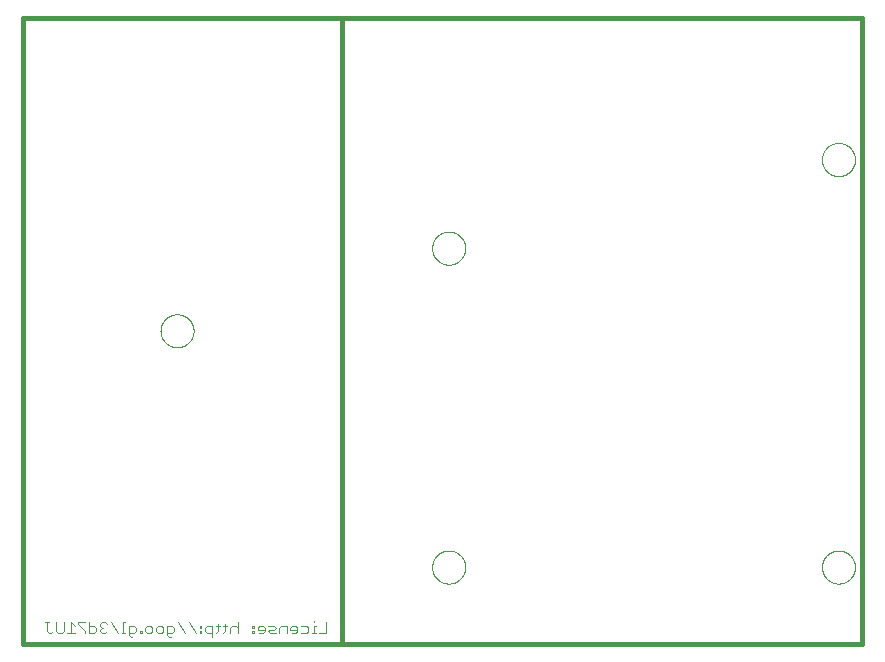
<source format=gbo>
G75*
%MOIN*%
%OFA0B0*%
%FSLAX25Y25*%
%IPPOS*%
%LPD*%
%AMOC8*
5,1,8,0,0,1.08239X$1,22.5*
%
%ADD10C,0.00300*%
%ADD11C,0.01600*%
%ADD12C,0.00000*%
D10*
X0009736Y0005925D02*
X0009736Y0008959D01*
X0010343Y0008959D02*
X0009129Y0008959D01*
X0012754Y0008959D02*
X0012754Y0005925D01*
X0013361Y0005319D01*
X0014574Y0005319D01*
X0015181Y0005925D01*
X0015181Y0008959D01*
X0017593Y0008959D02*
X0018806Y0007745D01*
X0020005Y0008352D02*
X0022431Y0005925D01*
X0022431Y0005319D01*
X0023630Y0005319D02*
X0025450Y0005319D01*
X0026057Y0005925D01*
X0026057Y0007139D01*
X0025450Y0007745D01*
X0023630Y0007745D01*
X0023630Y0008959D02*
X0023630Y0005319D01*
X0027255Y0005925D02*
X0027255Y0006532D01*
X0027862Y0007139D01*
X0028468Y0007139D01*
X0027862Y0007139D02*
X0027255Y0007745D01*
X0027255Y0008352D01*
X0027862Y0008959D01*
X0029075Y0008959D01*
X0029682Y0008352D01*
X0030880Y0008959D02*
X0033307Y0005319D01*
X0034510Y0005319D02*
X0035724Y0005319D01*
X0035117Y0005319D02*
X0035117Y0008959D01*
X0035724Y0008959D01*
X0036922Y0007745D02*
X0038742Y0007745D01*
X0039349Y0007139D01*
X0039349Y0005925D01*
X0038742Y0005319D01*
X0036922Y0005319D01*
X0036922Y0004712D02*
X0036922Y0007745D01*
X0036922Y0004712D02*
X0037529Y0004105D01*
X0038135Y0004105D01*
X0040555Y0005319D02*
X0041161Y0005319D01*
X0041161Y0005925D01*
X0040555Y0005925D01*
X0040555Y0005319D01*
X0042360Y0005925D02*
X0042360Y0007139D01*
X0042966Y0007745D01*
X0044180Y0007745D01*
X0044786Y0007139D01*
X0044786Y0005925D01*
X0044180Y0005319D01*
X0042966Y0005319D01*
X0042360Y0005925D01*
X0045985Y0005925D02*
X0045985Y0007139D01*
X0046591Y0007745D01*
X0047805Y0007745D01*
X0048412Y0007139D01*
X0048412Y0005925D01*
X0047805Y0005319D01*
X0046591Y0005319D01*
X0045985Y0005925D01*
X0049610Y0005319D02*
X0051430Y0005319D01*
X0052037Y0005925D01*
X0052037Y0007139D01*
X0051430Y0007745D01*
X0049610Y0007745D01*
X0049610Y0004712D01*
X0050217Y0004105D01*
X0050823Y0004105D01*
X0055662Y0005319D02*
X0053235Y0008959D01*
X0056860Y0008959D02*
X0059287Y0005319D01*
X0060493Y0005319D02*
X0061100Y0005319D01*
X0061100Y0005925D01*
X0060493Y0005925D01*
X0060493Y0005319D01*
X0060493Y0007139D02*
X0061100Y0007139D01*
X0061100Y0007745D01*
X0060493Y0007745D01*
X0060493Y0007139D01*
X0062298Y0007139D02*
X0062298Y0005925D01*
X0062905Y0005319D01*
X0064725Y0005319D01*
X0065928Y0005319D02*
X0066535Y0005925D01*
X0066535Y0008352D01*
X0067141Y0007745D02*
X0065928Y0007745D01*
X0064725Y0007745D02*
X0062905Y0007745D01*
X0062298Y0007139D01*
X0064725Y0007745D02*
X0064725Y0004105D01*
X0068345Y0005319D02*
X0068951Y0005925D01*
X0068951Y0008352D01*
X0068345Y0007745D02*
X0069558Y0007745D01*
X0070757Y0007139D02*
X0070757Y0005319D01*
X0070757Y0007139D02*
X0071363Y0007745D01*
X0072577Y0007745D01*
X0073183Y0007139D01*
X0073183Y0008959D02*
X0073183Y0005319D01*
X0078014Y0005319D02*
X0078621Y0005319D01*
X0078621Y0005925D01*
X0078014Y0005925D01*
X0078014Y0005319D01*
X0078014Y0007139D02*
X0078621Y0007139D01*
X0078621Y0007745D01*
X0078014Y0007745D01*
X0078014Y0007139D01*
X0079819Y0007139D02*
X0079819Y0006532D01*
X0082246Y0006532D01*
X0082246Y0007139D02*
X0081639Y0007745D01*
X0080426Y0007745D01*
X0079819Y0007139D01*
X0080426Y0005319D02*
X0081639Y0005319D01*
X0082246Y0005925D01*
X0082246Y0007139D01*
X0083445Y0007745D02*
X0085265Y0007745D01*
X0085871Y0007139D01*
X0085265Y0006532D01*
X0084051Y0006532D01*
X0083445Y0005925D01*
X0084051Y0005319D01*
X0085871Y0005319D01*
X0087070Y0005319D02*
X0087070Y0007139D01*
X0087676Y0007745D01*
X0089496Y0007745D01*
X0089496Y0005319D01*
X0090695Y0006532D02*
X0093122Y0006532D01*
X0093122Y0007139D02*
X0092515Y0007745D01*
X0091301Y0007745D01*
X0090695Y0007139D01*
X0090695Y0006532D01*
X0091301Y0005319D02*
X0092515Y0005319D01*
X0093122Y0005925D01*
X0093122Y0007139D01*
X0094320Y0007745D02*
X0096140Y0007745D01*
X0096747Y0007139D01*
X0096747Y0005925D01*
X0096140Y0005319D01*
X0094320Y0005319D01*
X0097950Y0005319D02*
X0099163Y0005319D01*
X0098557Y0005319D02*
X0098557Y0007745D01*
X0099163Y0007745D01*
X0098557Y0008959D02*
X0098557Y0009565D01*
X0102789Y0008959D02*
X0102789Y0005319D01*
X0100362Y0005319D01*
X0029682Y0005925D02*
X0029075Y0005319D01*
X0027862Y0005319D01*
X0027255Y0005925D01*
X0022431Y0008959D02*
X0020005Y0008959D01*
X0020005Y0008352D01*
X0017593Y0008959D02*
X0017593Y0005319D01*
X0018806Y0005319D02*
X0016380Y0005319D01*
X0011556Y0005925D02*
X0010949Y0005319D01*
X0010343Y0005319D01*
X0009736Y0005925D01*
D11*
X0001800Y0001800D02*
X0108099Y0001800D01*
X0108099Y0210461D01*
X0001800Y0210461D01*
X0001800Y0001800D01*
X0108099Y0001800D02*
X0281328Y0001800D01*
X0281328Y0210461D01*
X0108099Y0210461D01*
D12*
X0138020Y0133690D02*
X0138022Y0133838D01*
X0138028Y0133986D01*
X0138038Y0134134D01*
X0138052Y0134281D01*
X0138070Y0134428D01*
X0138091Y0134574D01*
X0138117Y0134720D01*
X0138147Y0134865D01*
X0138180Y0135009D01*
X0138218Y0135152D01*
X0138259Y0135294D01*
X0138304Y0135435D01*
X0138352Y0135575D01*
X0138405Y0135714D01*
X0138461Y0135851D01*
X0138521Y0135986D01*
X0138584Y0136120D01*
X0138651Y0136252D01*
X0138722Y0136382D01*
X0138796Y0136510D01*
X0138873Y0136636D01*
X0138954Y0136760D01*
X0139038Y0136882D01*
X0139125Y0137001D01*
X0139216Y0137118D01*
X0139310Y0137233D01*
X0139406Y0137345D01*
X0139506Y0137455D01*
X0139608Y0137561D01*
X0139714Y0137665D01*
X0139822Y0137766D01*
X0139933Y0137864D01*
X0140046Y0137960D01*
X0140162Y0138052D01*
X0140280Y0138141D01*
X0140401Y0138226D01*
X0140524Y0138309D01*
X0140649Y0138388D01*
X0140776Y0138464D01*
X0140905Y0138536D01*
X0141036Y0138605D01*
X0141169Y0138670D01*
X0141304Y0138731D01*
X0141440Y0138789D01*
X0141577Y0138844D01*
X0141716Y0138894D01*
X0141857Y0138941D01*
X0141998Y0138984D01*
X0142141Y0139024D01*
X0142285Y0139059D01*
X0142429Y0139091D01*
X0142575Y0139118D01*
X0142721Y0139142D01*
X0142868Y0139162D01*
X0143015Y0139178D01*
X0143162Y0139190D01*
X0143310Y0139198D01*
X0143458Y0139202D01*
X0143606Y0139202D01*
X0143754Y0139198D01*
X0143902Y0139190D01*
X0144049Y0139178D01*
X0144196Y0139162D01*
X0144343Y0139142D01*
X0144489Y0139118D01*
X0144635Y0139091D01*
X0144779Y0139059D01*
X0144923Y0139024D01*
X0145066Y0138984D01*
X0145207Y0138941D01*
X0145348Y0138894D01*
X0145487Y0138844D01*
X0145624Y0138789D01*
X0145760Y0138731D01*
X0145895Y0138670D01*
X0146028Y0138605D01*
X0146159Y0138536D01*
X0146288Y0138464D01*
X0146415Y0138388D01*
X0146540Y0138309D01*
X0146663Y0138226D01*
X0146784Y0138141D01*
X0146902Y0138052D01*
X0147018Y0137960D01*
X0147131Y0137864D01*
X0147242Y0137766D01*
X0147350Y0137665D01*
X0147456Y0137561D01*
X0147558Y0137455D01*
X0147658Y0137345D01*
X0147754Y0137233D01*
X0147848Y0137118D01*
X0147939Y0137001D01*
X0148026Y0136882D01*
X0148110Y0136760D01*
X0148191Y0136636D01*
X0148268Y0136510D01*
X0148342Y0136382D01*
X0148413Y0136252D01*
X0148480Y0136120D01*
X0148543Y0135986D01*
X0148603Y0135851D01*
X0148659Y0135714D01*
X0148712Y0135575D01*
X0148760Y0135435D01*
X0148805Y0135294D01*
X0148846Y0135152D01*
X0148884Y0135009D01*
X0148917Y0134865D01*
X0148947Y0134720D01*
X0148973Y0134574D01*
X0148994Y0134428D01*
X0149012Y0134281D01*
X0149026Y0134134D01*
X0149036Y0133986D01*
X0149042Y0133838D01*
X0149044Y0133690D01*
X0149042Y0133542D01*
X0149036Y0133394D01*
X0149026Y0133246D01*
X0149012Y0133099D01*
X0148994Y0132952D01*
X0148973Y0132806D01*
X0148947Y0132660D01*
X0148917Y0132515D01*
X0148884Y0132371D01*
X0148846Y0132228D01*
X0148805Y0132086D01*
X0148760Y0131945D01*
X0148712Y0131805D01*
X0148659Y0131666D01*
X0148603Y0131529D01*
X0148543Y0131394D01*
X0148480Y0131260D01*
X0148413Y0131128D01*
X0148342Y0130998D01*
X0148268Y0130870D01*
X0148191Y0130744D01*
X0148110Y0130620D01*
X0148026Y0130498D01*
X0147939Y0130379D01*
X0147848Y0130262D01*
X0147754Y0130147D01*
X0147658Y0130035D01*
X0147558Y0129925D01*
X0147456Y0129819D01*
X0147350Y0129715D01*
X0147242Y0129614D01*
X0147131Y0129516D01*
X0147018Y0129420D01*
X0146902Y0129328D01*
X0146784Y0129239D01*
X0146663Y0129154D01*
X0146540Y0129071D01*
X0146415Y0128992D01*
X0146288Y0128916D01*
X0146159Y0128844D01*
X0146028Y0128775D01*
X0145895Y0128710D01*
X0145760Y0128649D01*
X0145624Y0128591D01*
X0145487Y0128536D01*
X0145348Y0128486D01*
X0145207Y0128439D01*
X0145066Y0128396D01*
X0144923Y0128356D01*
X0144779Y0128321D01*
X0144635Y0128289D01*
X0144489Y0128262D01*
X0144343Y0128238D01*
X0144196Y0128218D01*
X0144049Y0128202D01*
X0143902Y0128190D01*
X0143754Y0128182D01*
X0143606Y0128178D01*
X0143458Y0128178D01*
X0143310Y0128182D01*
X0143162Y0128190D01*
X0143015Y0128202D01*
X0142868Y0128218D01*
X0142721Y0128238D01*
X0142575Y0128262D01*
X0142429Y0128289D01*
X0142285Y0128321D01*
X0142141Y0128356D01*
X0141998Y0128396D01*
X0141857Y0128439D01*
X0141716Y0128486D01*
X0141577Y0128536D01*
X0141440Y0128591D01*
X0141304Y0128649D01*
X0141169Y0128710D01*
X0141036Y0128775D01*
X0140905Y0128844D01*
X0140776Y0128916D01*
X0140649Y0128992D01*
X0140524Y0129071D01*
X0140401Y0129154D01*
X0140280Y0129239D01*
X0140162Y0129328D01*
X0140046Y0129420D01*
X0139933Y0129516D01*
X0139822Y0129614D01*
X0139714Y0129715D01*
X0139608Y0129819D01*
X0139506Y0129925D01*
X0139406Y0130035D01*
X0139310Y0130147D01*
X0139216Y0130262D01*
X0139125Y0130379D01*
X0139038Y0130498D01*
X0138954Y0130620D01*
X0138873Y0130744D01*
X0138796Y0130870D01*
X0138722Y0130998D01*
X0138651Y0131128D01*
X0138584Y0131260D01*
X0138521Y0131394D01*
X0138461Y0131529D01*
X0138405Y0131666D01*
X0138352Y0131805D01*
X0138304Y0131945D01*
X0138259Y0132086D01*
X0138218Y0132228D01*
X0138180Y0132371D01*
X0138147Y0132515D01*
X0138117Y0132660D01*
X0138091Y0132806D01*
X0138070Y0132952D01*
X0138052Y0133099D01*
X0138038Y0133246D01*
X0138028Y0133394D01*
X0138022Y0133542D01*
X0138020Y0133690D01*
X0047469Y0106131D02*
X0047471Y0106279D01*
X0047477Y0106427D01*
X0047487Y0106575D01*
X0047501Y0106722D01*
X0047519Y0106869D01*
X0047540Y0107015D01*
X0047566Y0107161D01*
X0047596Y0107306D01*
X0047629Y0107450D01*
X0047667Y0107593D01*
X0047708Y0107735D01*
X0047753Y0107876D01*
X0047801Y0108016D01*
X0047854Y0108155D01*
X0047910Y0108292D01*
X0047970Y0108427D01*
X0048033Y0108561D01*
X0048100Y0108693D01*
X0048171Y0108823D01*
X0048245Y0108951D01*
X0048322Y0109077D01*
X0048403Y0109201D01*
X0048487Y0109323D01*
X0048574Y0109442D01*
X0048665Y0109559D01*
X0048759Y0109674D01*
X0048855Y0109786D01*
X0048955Y0109896D01*
X0049057Y0110002D01*
X0049163Y0110106D01*
X0049271Y0110207D01*
X0049382Y0110305D01*
X0049495Y0110401D01*
X0049611Y0110493D01*
X0049729Y0110582D01*
X0049850Y0110667D01*
X0049973Y0110750D01*
X0050098Y0110829D01*
X0050225Y0110905D01*
X0050354Y0110977D01*
X0050485Y0111046D01*
X0050618Y0111111D01*
X0050753Y0111172D01*
X0050889Y0111230D01*
X0051026Y0111285D01*
X0051165Y0111335D01*
X0051306Y0111382D01*
X0051447Y0111425D01*
X0051590Y0111465D01*
X0051734Y0111500D01*
X0051878Y0111532D01*
X0052024Y0111559D01*
X0052170Y0111583D01*
X0052317Y0111603D01*
X0052464Y0111619D01*
X0052611Y0111631D01*
X0052759Y0111639D01*
X0052907Y0111643D01*
X0053055Y0111643D01*
X0053203Y0111639D01*
X0053351Y0111631D01*
X0053498Y0111619D01*
X0053645Y0111603D01*
X0053792Y0111583D01*
X0053938Y0111559D01*
X0054084Y0111532D01*
X0054228Y0111500D01*
X0054372Y0111465D01*
X0054515Y0111425D01*
X0054656Y0111382D01*
X0054797Y0111335D01*
X0054936Y0111285D01*
X0055073Y0111230D01*
X0055209Y0111172D01*
X0055344Y0111111D01*
X0055477Y0111046D01*
X0055608Y0110977D01*
X0055737Y0110905D01*
X0055864Y0110829D01*
X0055989Y0110750D01*
X0056112Y0110667D01*
X0056233Y0110582D01*
X0056351Y0110493D01*
X0056467Y0110401D01*
X0056580Y0110305D01*
X0056691Y0110207D01*
X0056799Y0110106D01*
X0056905Y0110002D01*
X0057007Y0109896D01*
X0057107Y0109786D01*
X0057203Y0109674D01*
X0057297Y0109559D01*
X0057388Y0109442D01*
X0057475Y0109323D01*
X0057559Y0109201D01*
X0057640Y0109077D01*
X0057717Y0108951D01*
X0057791Y0108823D01*
X0057862Y0108693D01*
X0057929Y0108561D01*
X0057992Y0108427D01*
X0058052Y0108292D01*
X0058108Y0108155D01*
X0058161Y0108016D01*
X0058209Y0107876D01*
X0058254Y0107735D01*
X0058295Y0107593D01*
X0058333Y0107450D01*
X0058366Y0107306D01*
X0058396Y0107161D01*
X0058422Y0107015D01*
X0058443Y0106869D01*
X0058461Y0106722D01*
X0058475Y0106575D01*
X0058485Y0106427D01*
X0058491Y0106279D01*
X0058493Y0106131D01*
X0058491Y0105983D01*
X0058485Y0105835D01*
X0058475Y0105687D01*
X0058461Y0105540D01*
X0058443Y0105393D01*
X0058422Y0105247D01*
X0058396Y0105101D01*
X0058366Y0104956D01*
X0058333Y0104812D01*
X0058295Y0104669D01*
X0058254Y0104527D01*
X0058209Y0104386D01*
X0058161Y0104246D01*
X0058108Y0104107D01*
X0058052Y0103970D01*
X0057992Y0103835D01*
X0057929Y0103701D01*
X0057862Y0103569D01*
X0057791Y0103439D01*
X0057717Y0103311D01*
X0057640Y0103185D01*
X0057559Y0103061D01*
X0057475Y0102939D01*
X0057388Y0102820D01*
X0057297Y0102703D01*
X0057203Y0102588D01*
X0057107Y0102476D01*
X0057007Y0102366D01*
X0056905Y0102260D01*
X0056799Y0102156D01*
X0056691Y0102055D01*
X0056580Y0101957D01*
X0056467Y0101861D01*
X0056351Y0101769D01*
X0056233Y0101680D01*
X0056112Y0101595D01*
X0055989Y0101512D01*
X0055864Y0101433D01*
X0055737Y0101357D01*
X0055608Y0101285D01*
X0055477Y0101216D01*
X0055344Y0101151D01*
X0055209Y0101090D01*
X0055073Y0101032D01*
X0054936Y0100977D01*
X0054797Y0100927D01*
X0054656Y0100880D01*
X0054515Y0100837D01*
X0054372Y0100797D01*
X0054228Y0100762D01*
X0054084Y0100730D01*
X0053938Y0100703D01*
X0053792Y0100679D01*
X0053645Y0100659D01*
X0053498Y0100643D01*
X0053351Y0100631D01*
X0053203Y0100623D01*
X0053055Y0100619D01*
X0052907Y0100619D01*
X0052759Y0100623D01*
X0052611Y0100631D01*
X0052464Y0100643D01*
X0052317Y0100659D01*
X0052170Y0100679D01*
X0052024Y0100703D01*
X0051878Y0100730D01*
X0051734Y0100762D01*
X0051590Y0100797D01*
X0051447Y0100837D01*
X0051306Y0100880D01*
X0051165Y0100927D01*
X0051026Y0100977D01*
X0050889Y0101032D01*
X0050753Y0101090D01*
X0050618Y0101151D01*
X0050485Y0101216D01*
X0050354Y0101285D01*
X0050225Y0101357D01*
X0050098Y0101433D01*
X0049973Y0101512D01*
X0049850Y0101595D01*
X0049729Y0101680D01*
X0049611Y0101769D01*
X0049495Y0101861D01*
X0049382Y0101957D01*
X0049271Y0102055D01*
X0049163Y0102156D01*
X0049057Y0102260D01*
X0048955Y0102366D01*
X0048855Y0102476D01*
X0048759Y0102588D01*
X0048665Y0102703D01*
X0048574Y0102820D01*
X0048487Y0102939D01*
X0048403Y0103061D01*
X0048322Y0103185D01*
X0048245Y0103311D01*
X0048171Y0103439D01*
X0048100Y0103569D01*
X0048033Y0103701D01*
X0047970Y0103835D01*
X0047910Y0103970D01*
X0047854Y0104107D01*
X0047801Y0104246D01*
X0047753Y0104386D01*
X0047708Y0104527D01*
X0047667Y0104669D01*
X0047629Y0104812D01*
X0047596Y0104956D01*
X0047566Y0105101D01*
X0047540Y0105247D01*
X0047519Y0105393D01*
X0047501Y0105540D01*
X0047487Y0105687D01*
X0047477Y0105835D01*
X0047471Y0105983D01*
X0047469Y0106131D01*
X0138020Y0027391D02*
X0138022Y0027539D01*
X0138028Y0027687D01*
X0138038Y0027835D01*
X0138052Y0027982D01*
X0138070Y0028129D01*
X0138091Y0028275D01*
X0138117Y0028421D01*
X0138147Y0028566D01*
X0138180Y0028710D01*
X0138218Y0028853D01*
X0138259Y0028995D01*
X0138304Y0029136D01*
X0138352Y0029276D01*
X0138405Y0029415D01*
X0138461Y0029552D01*
X0138521Y0029687D01*
X0138584Y0029821D01*
X0138651Y0029953D01*
X0138722Y0030083D01*
X0138796Y0030211D01*
X0138873Y0030337D01*
X0138954Y0030461D01*
X0139038Y0030583D01*
X0139125Y0030702D01*
X0139216Y0030819D01*
X0139310Y0030934D01*
X0139406Y0031046D01*
X0139506Y0031156D01*
X0139608Y0031262D01*
X0139714Y0031366D01*
X0139822Y0031467D01*
X0139933Y0031565D01*
X0140046Y0031661D01*
X0140162Y0031753D01*
X0140280Y0031842D01*
X0140401Y0031927D01*
X0140524Y0032010D01*
X0140649Y0032089D01*
X0140776Y0032165D01*
X0140905Y0032237D01*
X0141036Y0032306D01*
X0141169Y0032371D01*
X0141304Y0032432D01*
X0141440Y0032490D01*
X0141577Y0032545D01*
X0141716Y0032595D01*
X0141857Y0032642D01*
X0141998Y0032685D01*
X0142141Y0032725D01*
X0142285Y0032760D01*
X0142429Y0032792D01*
X0142575Y0032819D01*
X0142721Y0032843D01*
X0142868Y0032863D01*
X0143015Y0032879D01*
X0143162Y0032891D01*
X0143310Y0032899D01*
X0143458Y0032903D01*
X0143606Y0032903D01*
X0143754Y0032899D01*
X0143902Y0032891D01*
X0144049Y0032879D01*
X0144196Y0032863D01*
X0144343Y0032843D01*
X0144489Y0032819D01*
X0144635Y0032792D01*
X0144779Y0032760D01*
X0144923Y0032725D01*
X0145066Y0032685D01*
X0145207Y0032642D01*
X0145348Y0032595D01*
X0145487Y0032545D01*
X0145624Y0032490D01*
X0145760Y0032432D01*
X0145895Y0032371D01*
X0146028Y0032306D01*
X0146159Y0032237D01*
X0146288Y0032165D01*
X0146415Y0032089D01*
X0146540Y0032010D01*
X0146663Y0031927D01*
X0146784Y0031842D01*
X0146902Y0031753D01*
X0147018Y0031661D01*
X0147131Y0031565D01*
X0147242Y0031467D01*
X0147350Y0031366D01*
X0147456Y0031262D01*
X0147558Y0031156D01*
X0147658Y0031046D01*
X0147754Y0030934D01*
X0147848Y0030819D01*
X0147939Y0030702D01*
X0148026Y0030583D01*
X0148110Y0030461D01*
X0148191Y0030337D01*
X0148268Y0030211D01*
X0148342Y0030083D01*
X0148413Y0029953D01*
X0148480Y0029821D01*
X0148543Y0029687D01*
X0148603Y0029552D01*
X0148659Y0029415D01*
X0148712Y0029276D01*
X0148760Y0029136D01*
X0148805Y0028995D01*
X0148846Y0028853D01*
X0148884Y0028710D01*
X0148917Y0028566D01*
X0148947Y0028421D01*
X0148973Y0028275D01*
X0148994Y0028129D01*
X0149012Y0027982D01*
X0149026Y0027835D01*
X0149036Y0027687D01*
X0149042Y0027539D01*
X0149044Y0027391D01*
X0149042Y0027243D01*
X0149036Y0027095D01*
X0149026Y0026947D01*
X0149012Y0026800D01*
X0148994Y0026653D01*
X0148973Y0026507D01*
X0148947Y0026361D01*
X0148917Y0026216D01*
X0148884Y0026072D01*
X0148846Y0025929D01*
X0148805Y0025787D01*
X0148760Y0025646D01*
X0148712Y0025506D01*
X0148659Y0025367D01*
X0148603Y0025230D01*
X0148543Y0025095D01*
X0148480Y0024961D01*
X0148413Y0024829D01*
X0148342Y0024699D01*
X0148268Y0024571D01*
X0148191Y0024445D01*
X0148110Y0024321D01*
X0148026Y0024199D01*
X0147939Y0024080D01*
X0147848Y0023963D01*
X0147754Y0023848D01*
X0147658Y0023736D01*
X0147558Y0023626D01*
X0147456Y0023520D01*
X0147350Y0023416D01*
X0147242Y0023315D01*
X0147131Y0023217D01*
X0147018Y0023121D01*
X0146902Y0023029D01*
X0146784Y0022940D01*
X0146663Y0022855D01*
X0146540Y0022772D01*
X0146415Y0022693D01*
X0146288Y0022617D01*
X0146159Y0022545D01*
X0146028Y0022476D01*
X0145895Y0022411D01*
X0145760Y0022350D01*
X0145624Y0022292D01*
X0145487Y0022237D01*
X0145348Y0022187D01*
X0145207Y0022140D01*
X0145066Y0022097D01*
X0144923Y0022057D01*
X0144779Y0022022D01*
X0144635Y0021990D01*
X0144489Y0021963D01*
X0144343Y0021939D01*
X0144196Y0021919D01*
X0144049Y0021903D01*
X0143902Y0021891D01*
X0143754Y0021883D01*
X0143606Y0021879D01*
X0143458Y0021879D01*
X0143310Y0021883D01*
X0143162Y0021891D01*
X0143015Y0021903D01*
X0142868Y0021919D01*
X0142721Y0021939D01*
X0142575Y0021963D01*
X0142429Y0021990D01*
X0142285Y0022022D01*
X0142141Y0022057D01*
X0141998Y0022097D01*
X0141857Y0022140D01*
X0141716Y0022187D01*
X0141577Y0022237D01*
X0141440Y0022292D01*
X0141304Y0022350D01*
X0141169Y0022411D01*
X0141036Y0022476D01*
X0140905Y0022545D01*
X0140776Y0022617D01*
X0140649Y0022693D01*
X0140524Y0022772D01*
X0140401Y0022855D01*
X0140280Y0022940D01*
X0140162Y0023029D01*
X0140046Y0023121D01*
X0139933Y0023217D01*
X0139822Y0023315D01*
X0139714Y0023416D01*
X0139608Y0023520D01*
X0139506Y0023626D01*
X0139406Y0023736D01*
X0139310Y0023848D01*
X0139216Y0023963D01*
X0139125Y0024080D01*
X0139038Y0024199D01*
X0138954Y0024321D01*
X0138873Y0024445D01*
X0138796Y0024571D01*
X0138722Y0024699D01*
X0138651Y0024829D01*
X0138584Y0024961D01*
X0138521Y0025095D01*
X0138461Y0025230D01*
X0138405Y0025367D01*
X0138352Y0025506D01*
X0138304Y0025646D01*
X0138259Y0025787D01*
X0138218Y0025929D01*
X0138180Y0026072D01*
X0138147Y0026216D01*
X0138117Y0026361D01*
X0138091Y0026507D01*
X0138070Y0026653D01*
X0138052Y0026800D01*
X0138038Y0026947D01*
X0138028Y0027095D01*
X0138022Y0027243D01*
X0138020Y0027391D01*
X0267942Y0027391D02*
X0267944Y0027539D01*
X0267950Y0027687D01*
X0267960Y0027835D01*
X0267974Y0027982D01*
X0267992Y0028129D01*
X0268013Y0028275D01*
X0268039Y0028421D01*
X0268069Y0028566D01*
X0268102Y0028710D01*
X0268140Y0028853D01*
X0268181Y0028995D01*
X0268226Y0029136D01*
X0268274Y0029276D01*
X0268327Y0029415D01*
X0268383Y0029552D01*
X0268443Y0029687D01*
X0268506Y0029821D01*
X0268573Y0029953D01*
X0268644Y0030083D01*
X0268718Y0030211D01*
X0268795Y0030337D01*
X0268876Y0030461D01*
X0268960Y0030583D01*
X0269047Y0030702D01*
X0269138Y0030819D01*
X0269232Y0030934D01*
X0269328Y0031046D01*
X0269428Y0031156D01*
X0269530Y0031262D01*
X0269636Y0031366D01*
X0269744Y0031467D01*
X0269855Y0031565D01*
X0269968Y0031661D01*
X0270084Y0031753D01*
X0270202Y0031842D01*
X0270323Y0031927D01*
X0270446Y0032010D01*
X0270571Y0032089D01*
X0270698Y0032165D01*
X0270827Y0032237D01*
X0270958Y0032306D01*
X0271091Y0032371D01*
X0271226Y0032432D01*
X0271362Y0032490D01*
X0271499Y0032545D01*
X0271638Y0032595D01*
X0271779Y0032642D01*
X0271920Y0032685D01*
X0272063Y0032725D01*
X0272207Y0032760D01*
X0272351Y0032792D01*
X0272497Y0032819D01*
X0272643Y0032843D01*
X0272790Y0032863D01*
X0272937Y0032879D01*
X0273084Y0032891D01*
X0273232Y0032899D01*
X0273380Y0032903D01*
X0273528Y0032903D01*
X0273676Y0032899D01*
X0273824Y0032891D01*
X0273971Y0032879D01*
X0274118Y0032863D01*
X0274265Y0032843D01*
X0274411Y0032819D01*
X0274557Y0032792D01*
X0274701Y0032760D01*
X0274845Y0032725D01*
X0274988Y0032685D01*
X0275129Y0032642D01*
X0275270Y0032595D01*
X0275409Y0032545D01*
X0275546Y0032490D01*
X0275682Y0032432D01*
X0275817Y0032371D01*
X0275950Y0032306D01*
X0276081Y0032237D01*
X0276210Y0032165D01*
X0276337Y0032089D01*
X0276462Y0032010D01*
X0276585Y0031927D01*
X0276706Y0031842D01*
X0276824Y0031753D01*
X0276940Y0031661D01*
X0277053Y0031565D01*
X0277164Y0031467D01*
X0277272Y0031366D01*
X0277378Y0031262D01*
X0277480Y0031156D01*
X0277580Y0031046D01*
X0277676Y0030934D01*
X0277770Y0030819D01*
X0277861Y0030702D01*
X0277948Y0030583D01*
X0278032Y0030461D01*
X0278113Y0030337D01*
X0278190Y0030211D01*
X0278264Y0030083D01*
X0278335Y0029953D01*
X0278402Y0029821D01*
X0278465Y0029687D01*
X0278525Y0029552D01*
X0278581Y0029415D01*
X0278634Y0029276D01*
X0278682Y0029136D01*
X0278727Y0028995D01*
X0278768Y0028853D01*
X0278806Y0028710D01*
X0278839Y0028566D01*
X0278869Y0028421D01*
X0278895Y0028275D01*
X0278916Y0028129D01*
X0278934Y0027982D01*
X0278948Y0027835D01*
X0278958Y0027687D01*
X0278964Y0027539D01*
X0278966Y0027391D01*
X0278964Y0027243D01*
X0278958Y0027095D01*
X0278948Y0026947D01*
X0278934Y0026800D01*
X0278916Y0026653D01*
X0278895Y0026507D01*
X0278869Y0026361D01*
X0278839Y0026216D01*
X0278806Y0026072D01*
X0278768Y0025929D01*
X0278727Y0025787D01*
X0278682Y0025646D01*
X0278634Y0025506D01*
X0278581Y0025367D01*
X0278525Y0025230D01*
X0278465Y0025095D01*
X0278402Y0024961D01*
X0278335Y0024829D01*
X0278264Y0024699D01*
X0278190Y0024571D01*
X0278113Y0024445D01*
X0278032Y0024321D01*
X0277948Y0024199D01*
X0277861Y0024080D01*
X0277770Y0023963D01*
X0277676Y0023848D01*
X0277580Y0023736D01*
X0277480Y0023626D01*
X0277378Y0023520D01*
X0277272Y0023416D01*
X0277164Y0023315D01*
X0277053Y0023217D01*
X0276940Y0023121D01*
X0276824Y0023029D01*
X0276706Y0022940D01*
X0276585Y0022855D01*
X0276462Y0022772D01*
X0276337Y0022693D01*
X0276210Y0022617D01*
X0276081Y0022545D01*
X0275950Y0022476D01*
X0275817Y0022411D01*
X0275682Y0022350D01*
X0275546Y0022292D01*
X0275409Y0022237D01*
X0275270Y0022187D01*
X0275129Y0022140D01*
X0274988Y0022097D01*
X0274845Y0022057D01*
X0274701Y0022022D01*
X0274557Y0021990D01*
X0274411Y0021963D01*
X0274265Y0021939D01*
X0274118Y0021919D01*
X0273971Y0021903D01*
X0273824Y0021891D01*
X0273676Y0021883D01*
X0273528Y0021879D01*
X0273380Y0021879D01*
X0273232Y0021883D01*
X0273084Y0021891D01*
X0272937Y0021903D01*
X0272790Y0021919D01*
X0272643Y0021939D01*
X0272497Y0021963D01*
X0272351Y0021990D01*
X0272207Y0022022D01*
X0272063Y0022057D01*
X0271920Y0022097D01*
X0271779Y0022140D01*
X0271638Y0022187D01*
X0271499Y0022237D01*
X0271362Y0022292D01*
X0271226Y0022350D01*
X0271091Y0022411D01*
X0270958Y0022476D01*
X0270827Y0022545D01*
X0270698Y0022617D01*
X0270571Y0022693D01*
X0270446Y0022772D01*
X0270323Y0022855D01*
X0270202Y0022940D01*
X0270084Y0023029D01*
X0269968Y0023121D01*
X0269855Y0023217D01*
X0269744Y0023315D01*
X0269636Y0023416D01*
X0269530Y0023520D01*
X0269428Y0023626D01*
X0269328Y0023736D01*
X0269232Y0023848D01*
X0269138Y0023963D01*
X0269047Y0024080D01*
X0268960Y0024199D01*
X0268876Y0024321D01*
X0268795Y0024445D01*
X0268718Y0024571D01*
X0268644Y0024699D01*
X0268573Y0024829D01*
X0268506Y0024961D01*
X0268443Y0025095D01*
X0268383Y0025230D01*
X0268327Y0025367D01*
X0268274Y0025506D01*
X0268226Y0025646D01*
X0268181Y0025787D01*
X0268140Y0025929D01*
X0268102Y0026072D01*
X0268069Y0026216D01*
X0268039Y0026361D01*
X0268013Y0026507D01*
X0267992Y0026653D01*
X0267974Y0026800D01*
X0267960Y0026947D01*
X0267950Y0027095D01*
X0267944Y0027243D01*
X0267942Y0027391D01*
X0267942Y0163217D02*
X0267944Y0163365D01*
X0267950Y0163513D01*
X0267960Y0163661D01*
X0267974Y0163808D01*
X0267992Y0163955D01*
X0268013Y0164101D01*
X0268039Y0164247D01*
X0268069Y0164392D01*
X0268102Y0164536D01*
X0268140Y0164679D01*
X0268181Y0164821D01*
X0268226Y0164962D01*
X0268274Y0165102D01*
X0268327Y0165241D01*
X0268383Y0165378D01*
X0268443Y0165513D01*
X0268506Y0165647D01*
X0268573Y0165779D01*
X0268644Y0165909D01*
X0268718Y0166037D01*
X0268795Y0166163D01*
X0268876Y0166287D01*
X0268960Y0166409D01*
X0269047Y0166528D01*
X0269138Y0166645D01*
X0269232Y0166760D01*
X0269328Y0166872D01*
X0269428Y0166982D01*
X0269530Y0167088D01*
X0269636Y0167192D01*
X0269744Y0167293D01*
X0269855Y0167391D01*
X0269968Y0167487D01*
X0270084Y0167579D01*
X0270202Y0167668D01*
X0270323Y0167753D01*
X0270446Y0167836D01*
X0270571Y0167915D01*
X0270698Y0167991D01*
X0270827Y0168063D01*
X0270958Y0168132D01*
X0271091Y0168197D01*
X0271226Y0168258D01*
X0271362Y0168316D01*
X0271499Y0168371D01*
X0271638Y0168421D01*
X0271779Y0168468D01*
X0271920Y0168511D01*
X0272063Y0168551D01*
X0272207Y0168586D01*
X0272351Y0168618D01*
X0272497Y0168645D01*
X0272643Y0168669D01*
X0272790Y0168689D01*
X0272937Y0168705D01*
X0273084Y0168717D01*
X0273232Y0168725D01*
X0273380Y0168729D01*
X0273528Y0168729D01*
X0273676Y0168725D01*
X0273824Y0168717D01*
X0273971Y0168705D01*
X0274118Y0168689D01*
X0274265Y0168669D01*
X0274411Y0168645D01*
X0274557Y0168618D01*
X0274701Y0168586D01*
X0274845Y0168551D01*
X0274988Y0168511D01*
X0275129Y0168468D01*
X0275270Y0168421D01*
X0275409Y0168371D01*
X0275546Y0168316D01*
X0275682Y0168258D01*
X0275817Y0168197D01*
X0275950Y0168132D01*
X0276081Y0168063D01*
X0276210Y0167991D01*
X0276337Y0167915D01*
X0276462Y0167836D01*
X0276585Y0167753D01*
X0276706Y0167668D01*
X0276824Y0167579D01*
X0276940Y0167487D01*
X0277053Y0167391D01*
X0277164Y0167293D01*
X0277272Y0167192D01*
X0277378Y0167088D01*
X0277480Y0166982D01*
X0277580Y0166872D01*
X0277676Y0166760D01*
X0277770Y0166645D01*
X0277861Y0166528D01*
X0277948Y0166409D01*
X0278032Y0166287D01*
X0278113Y0166163D01*
X0278190Y0166037D01*
X0278264Y0165909D01*
X0278335Y0165779D01*
X0278402Y0165647D01*
X0278465Y0165513D01*
X0278525Y0165378D01*
X0278581Y0165241D01*
X0278634Y0165102D01*
X0278682Y0164962D01*
X0278727Y0164821D01*
X0278768Y0164679D01*
X0278806Y0164536D01*
X0278839Y0164392D01*
X0278869Y0164247D01*
X0278895Y0164101D01*
X0278916Y0163955D01*
X0278934Y0163808D01*
X0278948Y0163661D01*
X0278958Y0163513D01*
X0278964Y0163365D01*
X0278966Y0163217D01*
X0278964Y0163069D01*
X0278958Y0162921D01*
X0278948Y0162773D01*
X0278934Y0162626D01*
X0278916Y0162479D01*
X0278895Y0162333D01*
X0278869Y0162187D01*
X0278839Y0162042D01*
X0278806Y0161898D01*
X0278768Y0161755D01*
X0278727Y0161613D01*
X0278682Y0161472D01*
X0278634Y0161332D01*
X0278581Y0161193D01*
X0278525Y0161056D01*
X0278465Y0160921D01*
X0278402Y0160787D01*
X0278335Y0160655D01*
X0278264Y0160525D01*
X0278190Y0160397D01*
X0278113Y0160271D01*
X0278032Y0160147D01*
X0277948Y0160025D01*
X0277861Y0159906D01*
X0277770Y0159789D01*
X0277676Y0159674D01*
X0277580Y0159562D01*
X0277480Y0159452D01*
X0277378Y0159346D01*
X0277272Y0159242D01*
X0277164Y0159141D01*
X0277053Y0159043D01*
X0276940Y0158947D01*
X0276824Y0158855D01*
X0276706Y0158766D01*
X0276585Y0158681D01*
X0276462Y0158598D01*
X0276337Y0158519D01*
X0276210Y0158443D01*
X0276081Y0158371D01*
X0275950Y0158302D01*
X0275817Y0158237D01*
X0275682Y0158176D01*
X0275546Y0158118D01*
X0275409Y0158063D01*
X0275270Y0158013D01*
X0275129Y0157966D01*
X0274988Y0157923D01*
X0274845Y0157883D01*
X0274701Y0157848D01*
X0274557Y0157816D01*
X0274411Y0157789D01*
X0274265Y0157765D01*
X0274118Y0157745D01*
X0273971Y0157729D01*
X0273824Y0157717D01*
X0273676Y0157709D01*
X0273528Y0157705D01*
X0273380Y0157705D01*
X0273232Y0157709D01*
X0273084Y0157717D01*
X0272937Y0157729D01*
X0272790Y0157745D01*
X0272643Y0157765D01*
X0272497Y0157789D01*
X0272351Y0157816D01*
X0272207Y0157848D01*
X0272063Y0157883D01*
X0271920Y0157923D01*
X0271779Y0157966D01*
X0271638Y0158013D01*
X0271499Y0158063D01*
X0271362Y0158118D01*
X0271226Y0158176D01*
X0271091Y0158237D01*
X0270958Y0158302D01*
X0270827Y0158371D01*
X0270698Y0158443D01*
X0270571Y0158519D01*
X0270446Y0158598D01*
X0270323Y0158681D01*
X0270202Y0158766D01*
X0270084Y0158855D01*
X0269968Y0158947D01*
X0269855Y0159043D01*
X0269744Y0159141D01*
X0269636Y0159242D01*
X0269530Y0159346D01*
X0269428Y0159452D01*
X0269328Y0159562D01*
X0269232Y0159674D01*
X0269138Y0159789D01*
X0269047Y0159906D01*
X0268960Y0160025D01*
X0268876Y0160147D01*
X0268795Y0160271D01*
X0268718Y0160397D01*
X0268644Y0160525D01*
X0268573Y0160655D01*
X0268506Y0160787D01*
X0268443Y0160921D01*
X0268383Y0161056D01*
X0268327Y0161193D01*
X0268274Y0161332D01*
X0268226Y0161472D01*
X0268181Y0161613D01*
X0268140Y0161755D01*
X0268102Y0161898D01*
X0268069Y0162042D01*
X0268039Y0162187D01*
X0268013Y0162333D01*
X0267992Y0162479D01*
X0267974Y0162626D01*
X0267960Y0162773D01*
X0267950Y0162921D01*
X0267944Y0163069D01*
X0267942Y0163217D01*
M02*

</source>
